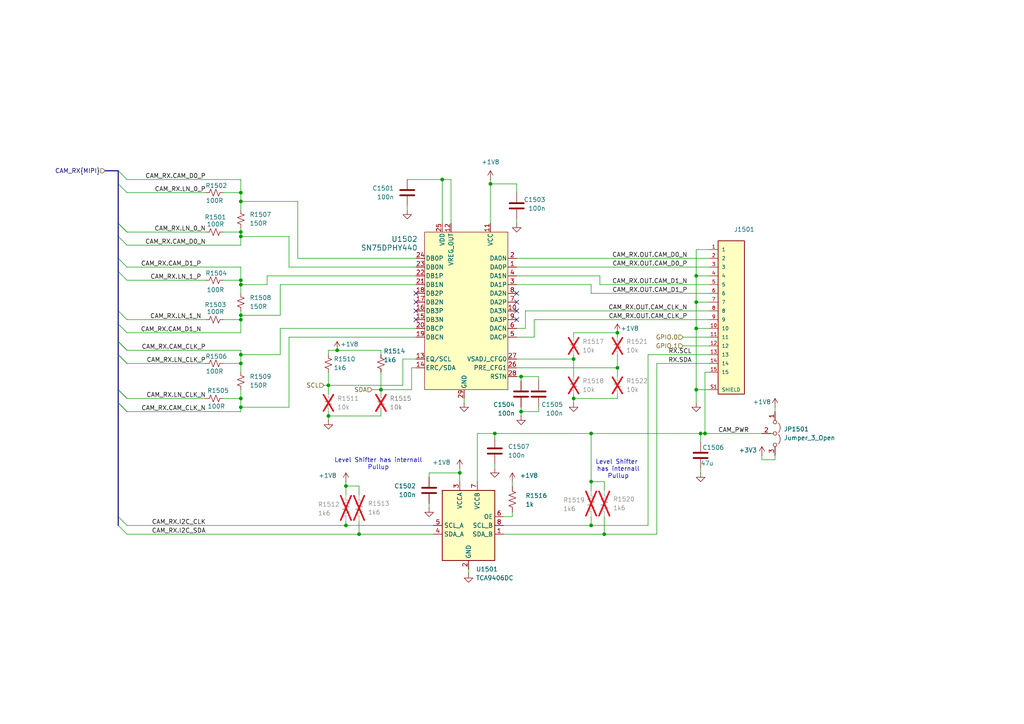
<source format=kicad_sch>
(kicad_sch (version 20250114) (generator "eeschema") (generator_version "9.0")
  (paper "A4")
  (title_block (date "2025-09-13") (rev "A"))
  (lib_symbols
    (symbol "Device:C" (pin_numbers (hide yes)) (pin_names (offset 0.254))
      (property "Reference" "C" (at 0.635 2.54 0))
      (property "Value" "C" (at 0.635 -2.54 0))
      (symbol "C_0_1"
        (polyline (pts (xy -2.032 0.762) (xy 2.032 0.762)) (stroke (width 0.508)))
        (polyline (pts (xy -2.032 -0.762) (xy 2.032 -0.762)) (stroke (width 0.508)))
      )
      (symbol "C_1_1"
        (pin passive line (at 0 3.81 270) (length 2.794) (name "~") (number "1"))
        (pin passive line (at 0 -3.81 90) (length 2.794) (name "~") (number "2"))
      )
    )
    (symbol "Device:R_Small_US" (pin_numbers (hide yes)) (pin_names (offset 0.254) (hide yes))
      (property "Reference" "R" (at 0.762 0.508 0))
      (property "Value" "R_Small_US" (at 0.762 -1.016 0))
      (symbol "R_Small_US_1_1"
        (polyline (pts (xy 0 1.524) (xy 1.016 1.143) (xy 0 0.762) (xy -1.016 0.381) (xy 0 0)))
        (polyline (pts (xy 0 0) (xy 1.016 -0.381) (xy 0 -0.762) (xy -1.016 -1.143) (xy 0 -1.524)))
        (pin passive line (at 0 2.54 270) (length 1.016) (name "~") (number "1"))
        (pin passive line (at 0 -2.54 90) (length 1.016) (name "~") (number "2"))
      )
    )
    (symbol "Device:R_US" (pin_numbers (hide yes)) (pin_names (offset 0))
      (property "Reference" "R" (at 2.54 0 90))
      (property "Value" "R_US" (at -2.54 0 90))
      (symbol "R_US_0_1"
        (polyline (pts (xy 0 2.286) (xy 0 2.54)))
        (polyline (pts (xy 0 2.286) (xy 1.016 1.905) (xy 0 1.524) (xy -1.016 1.143) (xy 0 0.762)))
        (polyline (pts (xy 0 0.762) (xy 1.016 0.381) (xy 0 0) (xy -1.016 -0.381) (xy 0 -0.762)))
        (polyline (pts (xy 0 -0.762) (xy 1.016 -1.143) (xy 0 -1.524) (xy -1.016 -1.905) (xy 0 -2.286)))
        (polyline (pts (xy 0 -2.286) (xy 0 -2.54)))
      )
      (symbol "R_US_1_1"
        (pin passive line (at 0 3.81 270) (length 1.27) (name "~") (number "1"))
        (pin passive line (at 0 -3.81 90) (length 1.27) (name "~") (number "2"))
      )
    )
    (symbol "Interface:TCA9406DC"
      (property "Reference" "U" (at -7.62 11.43 0))
      (property "Value" "TCA9406DC" (at 5.08 11.43 0))
      (symbol "TCA9406DC_0_1"
        (rectangle (start -7.62 10.16) (end 7.62 -10.16) (stroke (width 0.254)) (fill (type background)))
      )
      (symbol "TCA9406DC_1_1"
        (pin bidirectional line (at -10.16 0 0) (length 2.54) (name "SCL_A") (number "5"))
        (pin bidirectional line (at -10.16 -2.54 0) (length 2.54) (name "SDA_A") (number "4"))
        (pin power_in line (at -2.54 12.7 270) (length 2.54) (name "VCCA") (number "3"))
        (pin power_in line (at 0 -12.7 90) (length 2.54) (name "GND") (number "2"))
        (pin power_in line (at 2.54 12.7 270) (length 2.54) (name "VCCB") (number "7"))
        (pin input line (at 10.16 2.54 180) (length 2.54) (name "OE") (number "6"))
        (pin bidirectional line (at 10.16 0 180) (length 2.54) (name "SCL_B") (number "8"))
        (pin bidirectional line (at 10.16 -2.54 180) (length 2.54) (name "SDA_B") (number "1"))
      )
    )
    (symbol "Jumper:Jumper_3_Open" (pin_names (offset 0) (hide yes)) (in_bom no)
      (property "Reference" "JP" (at -2.54 -2.54 0))
      (property "Value" "Jumper_3_Open" (at 0 2.794 0))
      (symbol "Jumper_3_Open_0_0"
        (circle (center -3.302 0) (radius 0.508))
        (circle (center 0 0) (radius 0.508))
        (circle (center 3.302 0) (radius 0.508))
      )
      (symbol "Jumper_3_Open_0_1"
        (arc (start -3.048 1.016) (mid -1.651 1.4992) (end -0.254 1.016))
        (polyline (pts (xy 0 -0.508) (xy 0 -1.27)))
        (arc (start 0.254 1.016) (mid 1.651 1.4992) (end 3.048 1.016))
      )
      (symbol "Jumper_3_Open_1_1"
        (pin passive line (at -6.35 0 0) (length 2.54) (name "A") (number "1"))
        (pin passive line (at 0 -3.81 90) (length 2.54) (name "C") (number "2"))
        (pin passive line (at 6.35 0 180) (length 2.54) (name "B") (number "3"))
      )
    )
    (symbol "SN75DPHY:SN75DPHY440SSRHRT" (pin_names (offset 0.254))
      (property "Reference" "U" (at 20.574 -18.542 0))
      (property "Value" "SN75DPHY440" (at 21.59 -28.702 0))
      (symbol "SN75DPHY440SSRHRT_0_1"
        (pin bidirectional line (at 6.35 -2.54 0) (length 2.54) (name "DA0N") (number "2"))
        (pin bidirectional line (at 6.35 -5.08 0) (length 2.54) (name "DA0P") (number "1"))
        (pin bidirectional line (at 6.35 -7.62 0) (length 2.54) (name "DA1N") (number "4"))
        (pin bidirectional line (at 6.35 -10.16 0) (length 2.54) (name "DA1P") (number "3"))
        (pin bidirectional line (at 6.35 -12.7 0) (length 2.54) (name "DA2N") (number "8"))
        (pin bidirectional line (at 6.35 -15.24 0) (length 2.54) (name "DA2P") (number "7"))
        (pin bidirectional line (at 6.35 -17.78 0) (length 2.54) (name "DA3N") (number "10"))
        (pin bidirectional line (at 6.35 -20.32 0) (length 2.54) (name "DA3P") (number "9"))
        (pin bidirectional line (at 6.35 -22.86 0) (length 2.54) (name "DACN") (number "6"))
        (pin bidirectional line (at 6.35 -25.4 0) (length 2.54) (name "DACP") (number "5"))
        (pin unspecified line (at 6.35 -31.75 0) (length 2.54) (name "VSADJ_CFG0") (number "27"))
        (pin unspecified line (at 6.35 -34.29 0) (length 2.54) (name "PRE_CFG1") (number "26"))
        (pin unspecified line (at 6.35 -36.83 0) (length 2.54) (name "RSTN") (number "28"))
        (pin power_in line (at 13.97 7.62 270) (length 2.54) (name "VCC") (number "11"))
        (pin output line (at 25.4 7.62 270) (length 2.54) (name "VREG_OUT") (number "12"))
        (pin power_in line (at 27.94 7.62 270) (length 2.54) (name "VDD") (number "25"))
        (pin bidirectional line (at 35.56 -2.54 180) (length 2.54) (name "DB0P") (number "24"))
        (pin bidirectional line (at 35.56 -5.08 180) (length 2.54) (name "DB0N") (number "23"))
        (pin bidirectional line (at 35.56 -7.62 180) (length 2.54) (name "DB1P") (number "22"))
        (pin bidirectional line (at 35.56 -10.16 180) (length 2.54) (name "DB1N") (number "21"))
        (pin bidirectional line (at 35.56 -12.7 180) (length 2.54) (name "DB2P") (number "18"))
        (pin bidirectional line (at 35.56 -15.24 180) (length 2.54) (name "DB2N") (number "17"))
        (pin bidirectional line (at 35.56 -17.78 180) (length 2.54) (name "DB3P") (number "16"))
        (pin bidirectional line (at 35.56 -20.32 180) (length 2.54) (name "DB3N") (number "15"))
        (pin bidirectional line (at 35.56 -22.86 180) (length 2.54) (name "DBCP") (number "20"))
        (pin bidirectional line (at 35.56 -25.4 180) (length 2.54) (name "DBCN") (number "19"))
        (pin bidirectional line (at 35.56 -31.75 180) (length 2.54) (name "EQ/SCL") (number "13"))
        (pin bidirectional line (at 35.56 -34.29 180) (length 2.54) (name "ERC/SDA") (number "14"))
      )
      (symbol "SN75DPHY440SSRHRT_1_1"
        (rectangle (start 8.89 5.08) (end 33.02 -40.64) (fill (type background)))
        (pin power_in line (at 21.59 -43.18 90) (length 2.54) (name "GND") (number "29"))
      )
    )
    (symbol "camera1:SFW15R-2STE1LF" (pin_names (offset 1.016))
      (property "Reference" "J" (at -7.112 24.13 0))
      (property "Value" "SFW15R-2STE1LF" (at -7.62 -27.94 0))
      (symbol "SFW15R-2STE1LF_0_0"
        (rectangle (start -7.62 22.86) (end 0 -21.59) (stroke (width 0.254)) (fill (type background)))
        (pin passive line (at -10.16 20.32 0) (length 2.54) (name "1") (number "1"))
        (pin passive line (at -10.16 17.78 0) (length 2.54) (name "2") (number "2"))
        (pin passive line (at -10.16 15.24 0) (length 2.54) (name "3") (number "3"))
        (pin passive line (at -10.16 12.7 0) (length 2.54) (name "4") (number "4"))
        (pin passive line (at -10.16 10.16 0) (length 2.54) (name "5") (number "5"))
        (pin passive line (at -10.16 7.62 0) (length 2.54) (name "6") (number "6"))
        (pin passive line (at -10.16 5.08 0) (length 2.54) (name "7") (number "7"))
        (pin passive line (at -10.16 2.54 0) (length 2.54) (name "8") (number "8"))
        (pin passive line (at -10.16 0 0) (length 2.54) (name "9") (number "9"))
        (pin passive line (at -10.16 -2.54 0) (length 2.54) (name "10") (number "10"))
        (pin passive line (at -10.16 -5.08 0) (length 2.54) (name "11") (number "11"))
        (pin passive line (at -10.16 -7.62 0) (length 2.54) (name "12") (number "12"))
        (pin passive line (at -10.16 -10.16 0) (length 2.54) (name "13") (number "13"))
        (pin passive line (at -10.16 -12.7 0) (length 2.54) (name "14") (number "14"))
        (pin passive line (at -10.16 -15.24 0) (length 2.54) (name "15") (number "15"))
        (pin passive line (at -10.16 -20.32 0) (length 2.54) (name "SHIELD") (number "S1"))
        (pin passive line (at -10.16 -20.32 0) (length 2.54) (hide yes) (name "SHIELD__1") (number "S2"))
      )
    )
    (symbol "power:+1V8" (power) (pin_numbers (hide yes)) (pin_names (offset 0) (hide yes))
      (property "Value" "+1V8" (at 0 3.556 0))
      (symbol "+1V8_0_1"
        (polyline (pts (xy -0.762 1.27) (xy 0 2.54)))
        (polyline (pts (xy 0 2.54) (xy 0.762 1.27)))
        (polyline (pts (xy 0 0) (xy 0 2.54)))
      )
      (symbol "+1V8_1_1"
        (pin power_in line (at 0 0 90) (length 0) (name "~") (number "1"))
      )
    )
    (symbol "power:+3V3" (power) (pin_numbers (hide yes)) (pin_names (offset 0) (hide yes))
      (property "Value" "+3V3" (at 0 3.556 0))
      (symbol "+3V3_0_1"
        (polyline (pts (xy -0.762 1.27) (xy 0 2.54)))
        (polyline (pts (xy 0 2.54) (xy 0.762 1.27)))
        (polyline (pts (xy 0 0) (xy 0 2.54)))
      )
      (symbol "+3V3_1_1"
        (pin power_in line (at 0 0 90) (length 0) (name "~") (number "1"))
      )
    )
    (symbol "power:GND" (power) (pin_numbers (hide yes)) (pin_names (offset 0) (hide yes))
      (property "Value" "GND" (at 0 -3.81 0))
      (symbol "GND_0_1"
        (polyline (pts (xy 0 0) (xy 0 -1.27) (xy 1.27 -1.27) (xy 0 -2.54) (xy -1.27 -1.27) (xy 0 -1.27)))
      )
      (symbol "GND_1_1"
        (pin power_in line (at 0 0 270) (length 0) (name "~") (number "1"))
      )
    )
  )
  (text "Level Shifter has internall\nPullup" (at 109.728 134.62 0) (effects (font (size 1.27 1.27))))
  (text "Level Shifter \nhas internall\nPullup" (at 179.324 136.144 0) (effects (font (size 1.27 1.27))))
  (junction (at 69.85 82.55))
  (junction (at 95.25 111.76))
  (junction (at 151.13 119.38))
  (junction (at 151.13 109.22))
  (junction (at 69.85 81.28))
  (junction (at 171.45 125.73))
  (junction (at 69.85 105.41))
  (junction (at 179.07 106.68))
  (junction (at 69.85 67.31))
  (junction (at 69.85 55.88))
  (junction (at 95.25 120.65))
  (junction (at 69.85 102.87))
  (junction (at 100.33 140.97))
  (junction (at 201.93 80.01))
  (junction (at 104.14 154.94))
  (junction (at 100.33 152.4))
  (junction (at 69.85 68.58))
  (junction (at 69.85 91.44))
  (junction (at 171.45 139.7))
  (junction (at 166.37 104.14))
  (junction (at 128.27 52.07))
  (junction (at 166.37 115.57))
  (junction (at 110.49 113.03))
  (junction (at 171.45 152.4))
  (junction (at 204.47 125.73))
  (junction (at 201.93 87.63))
  (junction (at 69.85 115.57))
  (junction (at 133.35 137.16))
  (junction (at 69.85 58.42))
  (junction (at 142.24 53.34))
  (junction (at 69.85 92.71))
  (junction (at 69.85 118.11))
  (junction (at 175.26 154.94))
  (junction (at 143.51 125.73))
  (junction (at 201.93 95.25))
  (junction (at 97.79 101.6))
  (junction (at 179.07 96.52))
  (junction (at 203.2 125.73))
  (junction (at 201.93 113.03))
  (no_connect (at 120.65 92.71))
  (no_connect (at 149.86 92.71))
  (no_connect (at 149.86 87.63))
  (no_connect (at 120.65 87.63))
  (no_connect (at 120.65 85.09))
  (no_connect (at 149.86 90.17))
  (no_connect (at 120.65 90.17))
  (no_connect (at 149.86 85.09))
  (bus_entry (at 34.29 68.58) (size 2.54 2.54))
  (bus_entry (at 34.29 74.93) (size 2.54 2.54))
  (bus_entry (at 34.29 93.98) (size 2.54 2.54))
  (bus_entry (at 34.29 53.34) (size 2.54 2.54))
  (bus_entry (at 34.29 78.74) (size 2.54 2.54))
  (bus_entry (at 34.29 152.4) (size 2.54 2.54))
  (bus_entry (at 34.29 99.06) (size 2.54 2.54))
  (bus_entry (at 34.29 149.86) (size 2.54 2.54))
  (bus_entry (at 34.29 113.03) (size 2.54 2.54))
  (bus_entry (at 34.29 90.17) (size 2.54 2.54))
  (bus_entry (at 34.29 64.77) (size 2.54 2.54))
  (bus_entry (at 34.29 102.87) (size 2.54 2.54))
  (bus_entry (at 34.29 64.77) (size 2.54 2.54))
  (bus_entry (at 34.29 49.53) (size 2.54 2.54))
  (bus_entry (at 34.29 113.03) (size 2.54 2.54))
  (bus_entry (at 34.29 102.87) (size 2.54 2.54))
  (bus_entry (at 34.29 99.06) (size 2.54 2.54))
  (bus_entry (at 34.29 116.84) (size 2.54 2.54))
  (bus_entry (at 34.29 116.84) (size 2.54 2.54))
  (wire (pts (xy 69.85 91.44) (xy 69.85 92.71)))
  (wire (pts (xy 104.14 143.51) (xy 104.14 140.97)))
  (wire (pts (xy 224.79 118.11) (xy 224.79 119.38)))
  (wire (pts (xy 107.95 113.03) (xy 110.49 113.03)))
  (wire (pts (xy 151.13 109.22) (xy 149.86 109.22)))
  (bus (pts (xy 30.48 49.53) (xy 34.29 49.53)))
  (wire (pts (xy 81.28 82.55) (xy 81.28 91.44)))
  (bus (pts (xy 34.29 90.17) (xy 34.29 93.98)))
  (wire (pts (xy 204.47 107.95) (xy 205.74 107.95)))
  (bus (pts (xy 34.29 74.93) (xy 34.29 78.74)))
  (wire (pts (xy 100.33 151.13) (xy 100.33 152.4)))
  (wire (pts (xy 36.83 55.88) (xy 59.69 55.88)))
  (wire (pts (xy 69.85 68.58) (xy 69.85 71.12)))
  (wire (pts (xy 69.85 58.42) (xy 69.85 60.96)))
  (wire (pts (xy 36.83 92.71) (xy 59.69 92.71)))
  (wire (pts (xy 36.83 71.12) (xy 69.85 71.12)))
  (wire (pts (xy 149.86 74.93) (xy 205.74 74.93)))
  (wire (pts (xy 204.47 107.95) (xy 204.47 125.73)))
  (wire (pts (xy 124.46 137.16) (xy 124.46 138.43)))
  (wire (pts (xy 36.83 119.38) (xy 69.85 119.38)))
  (wire (pts (xy 77.47 82.55) (xy 69.85 82.55)))
  (wire (pts (xy 69.85 81.28) (xy 69.85 82.55)))
  (wire (pts (xy 110.49 113.03) (xy 110.49 114.3)))
  (wire (pts (xy 149.86 104.14) (xy 166.37 104.14)))
  (wire (pts (xy 118.11 59.69) (xy 118.11 60.96)))
  (wire (pts (xy 36.83 105.41) (xy 59.69 105.41)))
  (wire (pts (xy 179.07 115.57) (xy 166.37 115.57)))
  (wire (pts (xy 205.74 72.39) (xy 201.93 72.39)))
  (wire (pts (xy 86.36 58.42) (xy 86.36 74.93)))
  (wire (pts (xy 166.37 96.52) (xy 166.37 97.79)))
  (wire (pts (xy 104.14 154.94) (xy 125.73 154.94)))
  (wire (pts (xy 81.28 95.25) (xy 81.28 102.87)))
  (wire (pts (xy 151.13 109.22) (xy 156.21 109.22)))
  (wire (pts (xy 203.2 125.73) (xy 203.2 128.27)))
  (wire (pts (xy 149.86 55.88) (xy 149.86 53.34)))
  (wire (pts (xy 198.12 97.79) (xy 205.74 97.79)))
  (wire (pts (xy 104.14 140.97) (xy 100.33 140.97)))
  (wire (pts (xy 104.14 151.13) (xy 104.14 154.94)))
  (wire (pts (xy 116.84 104.14) (xy 116.84 111.76)))
  (wire (pts (xy 120.65 80.01) (xy 77.47 80.01)))
  (wire (pts (xy 143.51 125.73) (xy 138.43 125.73)))
  (wire (pts (xy 166.37 96.52) (xy 179.07 96.52)))
  (wire (pts (xy 36.83 101.6) (xy 69.85 101.6)))
  (wire (pts (xy 220.98 133.35) (xy 224.79 133.35)))
  (wire (pts (xy 69.85 81.28) (xy 69.85 77.47)))
  (wire (pts (xy 110.49 113.03) (xy 119.38 113.03)))
  (wire (pts (xy 179.07 106.68) (xy 179.07 102.87)))
  (wire (pts (xy 100.33 139.7) (xy 100.33 140.97)))
  (wire (pts (xy 166.37 115.57) (xy 166.37 116.84)))
  (wire (pts (xy 201.93 113.03) (xy 205.74 113.03)))
  (wire (pts (xy 36.83 115.57) (xy 59.69 115.57)))
  (wire (pts (xy 190.5 105.41) (xy 190.5 154.94)))
  (wire (pts (xy 156.21 119.38) (xy 156.21 118.11)))
  (bus (pts (xy 34.29 68.58) (xy 34.29 74.93)))
  (wire (pts (xy 124.46 146.05) (xy 124.46 147.32)))
  (wire (pts (xy 110.49 120.65) (xy 95.25 120.65)))
  (wire (pts (xy 198.12 100.33) (xy 205.74 100.33)))
  (wire (pts (xy 69.85 92.71) (xy 69.85 96.52)))
  (wire (pts (xy 204.47 125.73) (xy 220.98 125.73)))
  (wire (pts (xy 179.07 106.68) (xy 179.07 109.22)))
  (wire (pts (xy 64.77 67.31) (xy 69.85 67.31)))
  (wire (pts (xy 64.77 115.57) (xy 69.85 115.57)))
  (wire (pts (xy 130.81 52.07) (xy 128.27 52.07)))
  (wire (pts (xy 201.93 80.01) (xy 201.93 87.63)))
  (wire (pts (xy 148.59 139.7) (xy 148.59 140.97)))
  (wire (pts (xy 119.38 106.68) (xy 120.65 106.68)))
  (wire (pts (xy 190.5 154.94) (xy 175.26 154.94)))
  (wire (pts (xy 171.45 125.73) (xy 171.45 139.7)))
  (wire (pts (xy 179.07 97.79) (xy 179.07 96.52)))
  (wire (pts (xy 83.82 97.79) (xy 120.65 97.79)))
  (bus (pts (xy 34.29 102.87) (xy 34.29 113.03)))
  (wire (pts (xy 83.82 68.58) (xy 83.82 77.47)))
  (wire (pts (xy 95.25 111.76) (xy 95.25 114.3)))
  (bus (pts (xy 34.29 78.74) (xy 34.29 90.17)))
  (wire (pts (xy 203.2 125.73) (xy 171.45 125.73)))
  (wire (pts (xy 124.46 137.16) (xy 133.35 137.16)))
  (wire (pts (xy 175.26 142.24) (xy 175.26 139.7)))
  (wire (pts (xy 69.85 102.87) (xy 81.28 102.87)))
  (wire (pts (xy 36.83 96.52) (xy 69.85 96.52)))
  (wire (pts (xy 143.51 127) (xy 143.51 125.73)))
  (wire (pts (xy 36.83 77.47) (xy 69.85 77.47)))
  (wire (pts (xy 171.45 149.86) (xy 171.45 152.4)))
  (bus (pts (xy 34.29 149.86) (xy 34.29 152.4)))
  (wire (pts (xy 201.93 87.63) (xy 205.74 87.63)))
  (bus (pts (xy 34.29 53.34) (xy 34.29 64.77)))
  (wire (pts (xy 143.51 134.62) (xy 143.51 135.89)))
  (wire (pts (xy 171.45 152.4) (xy 187.96 152.4)))
  (wire (pts (xy 95.25 107.95) (xy 95.25 111.76)))
  (wire (pts (xy 151.13 119.38) (xy 156.21 119.38)))
  (wire (pts (xy 201.93 87.63) (xy 201.93 95.25)))
  (wire (pts (xy 128.27 64.77) (xy 128.27 52.07)))
  (wire (pts (xy 148.59 149.86) (xy 146.05 149.86)))
  (wire (pts (xy 171.45 139.7) (xy 171.45 142.24)))
  (wire (pts (xy 36.83 152.4) (xy 100.33 152.4)))
  (wire (pts (xy 93.98 111.76) (xy 95.25 111.76)))
  (wire (pts (xy 154.94 92.71) (xy 205.74 92.71)))
  (wire (pts (xy 133.35 135.89) (xy 133.35 137.16)))
  (wire (pts (xy 69.85 68.58) (xy 83.82 68.58)))
  (wire (pts (xy 69.85 102.87) (xy 69.85 101.6)))
  (wire (pts (xy 135.89 165.1) (xy 135.89 166.37)))
  (wire (pts (xy 110.49 107.95) (xy 110.49 113.03)))
  (wire (pts (xy 201.93 95.25) (xy 201.93 113.03)))
  (wire (pts (xy 110.49 101.6) (xy 97.79 101.6)))
  (wire (pts (xy 151.13 110.49) (xy 151.13 109.22)))
  (bus (pts (xy 34.29 113.03) (xy 34.29 116.84)))
  (wire (pts (xy 69.85 52.07) (xy 69.85 55.88)))
  (wire (pts (xy 69.85 105.41) (xy 69.85 107.95)))
  (wire (pts (xy 171.45 125.73) (xy 143.51 125.73)))
  (wire (pts (xy 156.21 109.22) (xy 156.21 110.49)))
  (wire (pts (xy 130.81 52.07) (xy 130.81 64.77)))
  (wire (pts (xy 64.77 92.71) (xy 69.85 92.71)))
  (wire (pts (xy 149.86 63.5) (xy 149.86 64.77)))
  (wire (pts (xy 120.65 82.55) (xy 81.28 82.55)))
  (wire (pts (xy 100.33 152.4) (xy 125.73 152.4)))
  (wire (pts (xy 175.26 149.86) (xy 175.26 154.94)))
  (wire (pts (xy 64.77 81.28) (xy 69.85 81.28)))
  (wire (pts (xy 81.28 95.25) (xy 120.65 95.25)))
  (wire (pts (xy 149.86 82.55) (xy 171.45 82.55)))
  (wire (pts (xy 69.85 55.88) (xy 69.85 58.42)))
  (wire (pts (xy 142.24 53.34) (xy 142.24 64.77)))
  (wire (pts (xy 64.77 55.88) (xy 69.85 55.88)))
  (wire (pts (xy 120.65 104.14) (xy 116.84 104.14)))
  (wire (pts (xy 166.37 102.87) (xy 166.37 104.14)))
  (wire (pts (xy 204.47 125.73) (xy 203.2 125.73)))
  (wire (pts (xy 148.59 148.59) (xy 148.59 149.86)))
  (wire (pts (xy 201.93 95.25) (xy 205.74 95.25)))
  (wire (pts (xy 64.77 105.41) (xy 69.85 105.41)))
  (wire (pts (xy 171.45 82.55) (xy 171.45 85.09)))
  (wire (pts (xy 110.49 119.38) (xy 110.49 120.65)))
  (wire (pts (xy 152.4 95.25) (xy 149.86 95.25)))
  (wire (pts (xy 149.86 53.34) (xy 142.24 53.34)))
  (wire (pts (xy 142.24 52.07) (xy 142.24 53.34)))
  (wire (pts (xy 69.85 115.57) (xy 69.85 118.11)))
  (wire (pts (xy 151.13 118.11) (xy 151.13 119.38)))
  (wire (pts (xy 187.96 102.87) (xy 205.74 102.87)))
  (wire (pts (xy 187.96 102.87) (xy 187.96 152.4)))
  (wire (pts (xy 69.85 113.03) (xy 69.85 115.57)))
  (wire (pts (xy 86.36 58.42) (xy 69.85 58.42)))
  (wire (pts (xy 151.13 120.65) (xy 151.13 119.38)))
  (wire (pts (xy 149.86 106.68) (xy 179.07 106.68)))
  (wire (pts (xy 190.5 105.41) (xy 205.74 105.41)))
  (wire (pts (xy 220.98 133.35) (xy 220.98 132.08)))
  (wire (pts (xy 133.35 137.16) (xy 133.35 139.7)))
  (wire (pts (xy 69.85 118.11) (xy 83.82 118.11)))
  (wire (pts (xy 119.38 106.68) (xy 119.38 113.03)))
  (wire (pts (xy 171.45 85.09) (xy 205.74 85.09)))
  (wire (pts (xy 166.37 104.14) (xy 166.37 109.22)))
  (wire (pts (xy 95.25 101.6) (xy 97.79 101.6)))
  (wire (pts (xy 179.07 114.3) (xy 179.07 115.57)))
  (wire (pts (xy 69.85 90.17) (xy 69.85 91.44)))
  (wire (pts (xy 86.36 74.93) (xy 120.65 74.93)))
  (wire (pts (xy 128.27 52.07) (xy 118.11 52.07)))
  (wire (pts (xy 154.94 97.79) (xy 149.86 97.79)))
  (wire (pts (xy 146.05 152.4) (xy 171.45 152.4)))
  (wire (pts (xy 203.2 135.89) (xy 203.2 137.16)))
  (wire (pts (xy 95.25 119.38) (xy 95.25 120.65)))
  (wire (pts (xy 36.83 81.28) (xy 59.69 81.28)))
  (wire (pts (xy 152.4 90.17) (xy 152.4 95.25)))
  (wire (pts (xy 171.45 139.7) (xy 175.26 139.7)))
  (wire (pts (xy 201.93 72.39) (xy 201.93 80.01)))
  (wire (pts (xy 36.83 67.31) (xy 59.69 67.31)))
  (wire (pts (xy 173.99 80.01) (xy 149.86 80.01)))
  (bus (pts (xy 34.29 53.34) (xy 34.29 49.53)))
  (wire (pts (xy 224.79 133.35) (xy 224.79 132.08)))
  (wire (pts (xy 201.93 80.01) (xy 205.74 80.01)))
  (wire (pts (xy 100.33 140.97) (xy 100.33 143.51)))
  (wire (pts (xy 175.26 154.94) (xy 146.05 154.94)))
  (wire (pts (xy 69.85 66.04) (xy 69.85 67.31)))
  (wire (pts (xy 154.94 92.71) (xy 154.94 97.79)))
  (wire (pts (xy 120.65 77.47) (xy 83.82 77.47)))
  (bus (pts (xy 34.29 64.77) (xy 34.29 68.58)))
  (wire (pts (xy 95.25 101.6) (xy 95.25 102.87)))
  (bus (pts (xy 34.29 116.84) (xy 34.29 149.86)))
  (wire (pts (xy 152.4 90.17) (xy 205.74 90.17)))
  (wire (pts (xy 116.84 111.76) (xy 95.25 111.76)))
  (wire (pts (xy 36.83 52.07) (xy 69.85 52.07)))
  (wire (pts (xy 69.85 82.55) (xy 69.85 85.09)))
  (wire (pts (xy 81.28 91.44) (xy 69.85 91.44)))
  (wire (pts (xy 166.37 114.3) (xy 166.37 115.57)))
  (wire (pts (xy 134.62 116.84) (xy 134.62 115.57)))
  (wire (pts (xy 77.47 80.01) (xy 77.47 82.55)))
  (wire (pts (xy 173.99 82.55) (xy 205.74 82.55)))
  (wire (pts (xy 138.43 125.73) (xy 138.43 139.7)))
  (wire (pts (xy 69.85 67.31) (xy 69.85 68.58)))
  (wire (pts (xy 95.25 120.65) (xy 95.25 121.92)))
  (wire (pts (xy 69.85 118.11) (xy 69.85 119.38)))
  (wire (pts (xy 201.93 113.03) (xy 201.93 116.84)))
  (wire (pts (xy 69.85 102.87) (xy 69.85 105.41)))
  (wire (pts (xy 149.86 77.47) (xy 205.74 77.47)))
  (wire (pts (xy 83.82 97.79) (xy 83.82 118.11)))
  (bus (pts (xy 34.29 93.98) (xy 34.29 99.06)))
  (wire (pts (xy 110.49 102.87) (xy 110.49 101.6)))
  (bus (pts (xy 34.29 99.06) (xy 34.29 102.87)))
  (wire (pts (xy 173.99 82.55) (xy 173.99 80.01)))
  (wire (pts (xy 36.83 154.94) (xy 104.14 154.94)))
  (label "CAM_RX.OUT.CAM_D0_P" (at 199.39 77.47 180))
  (label "CAM_RX.OUT.CAM_D1_P" (at 199.39 85.09 180))
  (label "RX.SDA" (at 200.66 105.41 180))
  (label "CAM_RX.CAM_CLK_P" (at 59.69 101.6 180))
  (label "CAM_RX.OUT.CAM_D1_N" (at 199.39 82.55 180))
  (label "CAM_RX.I2C_SDA" (at 59.69 154.94 180))
  (label "CAM_PWR" (at 208.28 125.73 0))
  (label "CAM_RX.LN_0_P" (at 59.69 55.88 180))
  (label "CAM_RX.LN_0_N" (at 59.69 67.31 180))
  (label "CAM_RX.LN_CLK_P" (at 59.69 105.41 180))
  (label "RX.SCL" (at 200.66 102.87 180))
  (label "CAM_RX.CAM_D0_N" (at 59.69 71.12 180))
  (label "CAM_RX.CAM_D1_P" (at 58.42 77.47 180))
  (label "CAM_RX.I2C_CLK" (at 59.69 152.4 180))
  (label "CAM_RX.OUT.CAM_CLK_P" (at 199.39 92.71 180))
  (label "CAM_RX.OUT.CAM_CLK_N" (at 199.39 90.17 180))
  (label "CAM_RX.OUT.CAM_D0_N" (at 199.39 74.93 180))
  (label "CAM_RX.CAM_CLK_N" (at 59.69 119.38 180))
  (label "CAM_RX.CAM_D1_N" (at 58.42 96.52 180))
  (label "CAM_RX.LN_CLK_N" (at 59.69 115.57 180))
  (label "CAM_RX.LN_1_N" (at 58.42 92.71 180))
  (label "CAM_RX.LN_1_P" (at 58.42 81.28 180))
  (label "CAM_RX.CAM_D0_P" (at 59.69 52.07 180))
  (hierarchical_label "CAM_RX{MIPI}" (shape input) (at 30.48 49.53 180))
  (hierarchical_label "SCL" (shape input) (at 93.98 111.76 180))
  (hierarchical_label "SDA" (shape input) (at 107.95 113.03 180))
  (hierarchical_label "GPIO.1" (shape input) (at 198.12 100.33 180))
  (hierarchical_label "GPIO.0" (shape input) (at 198.12 97.79 180))
  (symbol (lib_id "Device:R_Small_US") (at 62.23 67.31 90) (unit 1)
    (property "Reference" "R1501" (at 62.484 62.992 90))
    (property "Value" "100R" (at 62.484 65.024 90))
    (property "Footprint" "Resistor_SMD:R_0402_1005Metric" (effects (hide yes)))
    (property "Description" "Resistor, small US symbol" (effects (hide yes)))
    (property "PART_NUMBER" "RK73B1ETTP101J" (effects (hide yes)))
    (property "JLCPCB Part#" "C159871" (effects (hide yes)))
  )
  (symbol (lib_id "Device:R_Small_US") (at 69.85 87.63 0) (unit 1)
    (property "Reference" "R1508" (at 72.39 86.3599 0) (effects (justify left)))
    (property "Value" "150R" (at 72.39 88.8999 0) (effects (justify left)))
    (property "Footprint" "Resistor_SMD:R_0402_1005Metric" (effects (hide yes)))
    (property "Description" "Resistor, small US symbol" (effects (hide yes)))
    (property "PART_NUMBER" "ERJ2GEJ151X" (effects (hide yes)))
    (property "JLCPCB Part#" "C412976" (effects (hide yes)))
  )
  (symbol (lib_id "power:GND") (at 134.62 116.84 0) (unit 1)
    (property "Reference" "#PWR01507" (effects (hide yes)))
    (property "Value" "GND" (effects (hide yes)))
    (property "Description" "Power symbol creates a global label with name \"GND\" , ground" (effects (hide yes)))
    (instances (project "" (path "" (reference "#PWR01507") (unit 1)) (path "" (reference "#PWR01607") (unit 1))))
  )
  (symbol (lib_id "power:GND") (at 118.11 60.96 0) (mirror y) (unit 1)
    (property "Reference" "#PWR01504" (effects (hide yes)))
    (property "Value" "GND" (effects (hide yes)))
    (property "Description" "Power symbol creates a global label with name \"GND\" , ground" (effects (hide yes)))
  )
  (symbol (lib_id "Device:C") (at 149.86 59.69 0) (mirror y) (unit 1)
    (property "Reference" "C1503" (at 158.242 57.912 0) (effects (justify left)))
    (property "Value" "100n" (at 158.242 60.452 0) (effects (justify left)))
    (property "Footprint" "Capacitor_SMD:C_0402_1005Metric" (effects (hide yes)))
    (property "Description" "Unpolarized capacitor" (effects (hide yes)))
    (property "PART_NUMBER" "CL05B104KO5NNNC" (effects (hide yes)))
    (property "JLCPCB Part#" "C1525" (effects (hide yes)))
  )
  (symbol (lib_id "Device:R_Small_US") (at 62.23 105.41 90) (unit 1)
    (property "Reference" "R1506" (at 62.738 103.378 90))
    (property "Value" "100R" (at 62.23 107.696 90))
    (property "Footprint" "Resistor_SMD:R_0402_1005Metric" (effects (hide yes)))
    (property "Description" "Resistor, small US symbol" (effects (hide yes)))
    (property "PART_NUMBER" "RK73B1ETTP101J" (effects (hide yes)))
    (property "JLCPCB Part#" "C159871" (effects (hide yes)))
  )
  (symbol (lib_id "power:GND") (at 135.89 166.37 0) (unit 1)
    (property "Reference" "#PWR01508" (effects (hide yes)))
    (property "Value" "GND" (effects (hide yes)))
    (property "Description" "Power symbol creates a global label with name \"GND\" , ground" (effects (hide yes)))
  )
  (symbol (lib_id "power:+3V3") (at 220.98 132.08 0) (unit 1)
    (property "Reference" "#PWR01517" (effects (hide yes)))
    (property "Value" "+3V3" (at 216.916 130.556 0))
    (property "Description" "Power symbol creates a global label with name \"+3V3\"" (effects (hide yes)))
    (instances (project "" (path "" (reference "#PWR01517") (unit 1)) (path "" (reference "#PWR01617") (unit 1))))
  )
  (symbol (lib_id "Device:R_Small_US") (at 179.07 111.76 0) (unit 1) (dnp yes)
    (property "Reference" "R1522" (at 181.61 110.4899 0) (effects (justify left)))
    (property "Value" "10k" (at 181.61 113.0299 0) (effects (justify left)))
    (property "Footprint" "Resistor_SMD:R_0402_1005Metric" (effects (hide yes)))
    (property "Description" "Resistor, small US symbol" (effects (hide yes)))
    (property "PART_NUMBER" "ERJ2RKF1002X" (effects (hide yes)))
  )
  (symbol (lib_id "Device:R_Small_US") (at 62.23 115.57 90) (unit 1)
    (property "Reference" "R1505" (at 63.246 113.284 90))
    (property "Value" "100R" (at 62.738 117.856 90))
    (property "Footprint" "Resistor_SMD:R_0402_1005Metric" (effects (hide yes)))
    (property "Description" "Resistor, small US symbol" (effects (hide yes)))
    (property "PART_NUMBER" "RK73B1ETTP101J" (effects (hide yes)))
    (property "JLCPCB Part#" "C159871" (effects (hide yes)))
  )
  (symbol (lib_id "Device:R_Small_US") (at 110.49 105.41 0) (unit 1)
    (property "Reference" "R1514" (at 111.252 101.854 0) (effects (justify left)))
    (property "Value" "1k6" (at 111.252 104.394 0) (effects (justify left)))
    (property "Footprint" "Resistor_SMD:R_0402_1005Metric" (effects (hide yes)))
    (property "Description" "Resistor, small US symbol" (effects (hide yes)))
    (property "PART_NUMBER" "ERJ2GEJ162X" (effects (hide yes)))
    (property "JLCPCB Part#" "C412995" (effects (hide yes)))
  )
  (symbol (lib_id "camera1:SFW15R-2STE1LF") (at 215.9 92.71 0) (unit 1)
    (property "Reference" "J1501" (at 212.852 66.548 0) (effects (justify left)))
    (property "Value" "SFW15R-2STE1LF" (effects (hide yes)))
    (property "Footprint" "Camera1:AMPHENOL_SFW15R-2STE1LF" (effects (hide yes)))
    (property "Description" "Conn FPC Connector SKT 15 POS 1mm Solder ST SMD T/R" (effects (hide yes)))
    (property "COMMENT" "1-1734248-5" (effects (hide yes)))
    (property "DESCRIPTION" "Conn FPC Connector SKT 15 POS 1mm Solder ST SMD T/R" (effects (hide yes)))
    (property "PACKAGE" "None" (effects (hide yes)))
    (property "PRICE" "None" (effects (hide yes)))
    (property "TE_PURCHASE_URL" "https://www.te.com/usa-en/product-1-1734248-5.html?te_bu=Cor&te_type=disp&te_campaign=seda_glo_cor-seda-global-disp-prtnr-fy19-seda-model-bom-cta_sma-317_1&elqCampaignId=32493" (effects (hide yes)))
    (property "STANDARD" "Manufacturer Recommendations" (effects (hide yes)))
    (property "PARTREV" "AE" (effects (hide yes)))
    (property "MP" "1-1734248-5" (effects (hide yes)))
    (property "EU_ROHS_COMPLIANCE" "Compliant" (effects (hide yes)))
    (property "AVAILABILITY" "Unavailable" (effects (hide yes)))
    (property "MANUFACTURER" "Amphenol ICC" (effects (hide yes)))
    (property "MAXIMUM_PACKAGE_HEIGHT" "2.7mm" (effects (hide yes)))
    (property "SNAPEDA_PN" "SFW15R-2STE1LF" (effects (hide yes)))
    (property "PART_NUMBER" "SFW15R-2STE1LF" (effects (hide yes)))
    (property "JLCPCB Part#" "C3167933" (effects (hide yes)))
  )
  (symbol (lib_id "Device:C") (at 151.13 114.3 0) (mirror y) (unit 1)
    (property "Reference" "C1504" (at 149.352 117.348 0) (effects (justify left)))
    (property "Value" "100n" (at 149.352 119.888 0) (effects (justify left)))
    (property "Footprint" "Capacitor_SMD:C_0402_1005Metric" (effects (hide yes)))
    (property "Description" "Unpolarized capacitor" (effects (hide yes)))
    (property "PART_NUMBER" "CL05B104KO5NNNC" (effects (hide yes)))
    (property "JLCPCB Part#" "C1525" (effects (hide yes)))
  )
  (symbol (lib_id "power:+1V8") (at 100.33 139.7 0) (unit 1)
    (property "Reference" "#PWR01503" (effects (hide yes)))
    (property "Value" "+1V8" (at 94.996 137.922 0))
    (property "Description" "Power symbol creates a global label with name \"+1V8\"" (effects (hide yes)))
  )
  (symbol (lib_id "Device:C") (at 118.11 55.88 0) (mirror y) (unit 1)
    (property "Reference" "C1501" (at 114.3 54.6099 0) (effects (justify left)))
    (property "Value" "100n" (at 114.3 57.1499 0) (effects (justify left)))
    (property "Footprint" "Capacitor_SMD:C_0402_1005Metric" (effects (hide yes)))
    (property "Description" "Unpolarized capacitor" (effects (hide yes)))
    (property "PART_NUMBER" "CL05B104KO5NNNC" (effects (hide yes)))
    (property "JLCPCB Part#" "C1525" (effects (hide yes)))
  )
  (symbol (lib_id "Device:R_Small_US") (at 110.49 116.84 0) (unit 1) (dnp yes)
    (property "Reference" "R1515" (at 113.03 115.5699 0) (effects (justify left)))
    (property "Value" "10k" (at 113.03 118.1099 0) (effects (justify left)))
    (property "Footprint" "Resistor_SMD:R_0402_1005Metric" (effects (hide yes)))
    (property "Description" "Resistor, small US symbol" (effects (hide yes)))
    (property "PART_NUMBER" "ERJ2RKF1002X" (effects (hide yes)))
  )
  (symbol (lib_id "power:+1V8") (at 224.79 118.11 0) (unit 1)
    (property "Reference" "#PWR01518" (effects (hide yes)))
    (property "Value" "+1V8" (at 220.98 116.586 0))
    (property "Description" "Power symbol creates a global label with name \"+1V8\"" (effects (hide yes)))
    (instances (project "" (path "" (reference "#PWR01518") (unit 1)) (path "" (reference "#PWR01618") (unit 1))))
  )
  (symbol (lib_id "Device:R_Small_US") (at 69.85 110.49 0) (unit 1)
    (property "Reference" "R1509" (at 72.39 109.2199 0) (effects (justify left)))
    (property "Value" "150R" (at 72.39 111.7599 0) (effects (justify left)))
    (property "Footprint" "Resistor_SMD:R_0402_1005Metric" (effects (hide yes)))
    (property "Description" "Resistor, small US symbol" (effects (hide yes)))
    (property "PART_NUMBER" "ERJ2GEJ151X" (effects (hide yes)))
    (property "JLCPCB Part#" "C412976" (effects (hide yes)))
  )
  (symbol (lib_id "Device:R_Small_US") (at 166.37 100.33 0) (unit 1) (dnp yes)
    (property "Reference" "R1517" (at 168.91 99.0599 0) (effects (justify left)))
    (property "Value" "10k" (at 168.91 101.5999 0) (effects (justify left)))
    (property "Footprint" "Resistor_SMD:R_0402_1005Metric" (effects (hide yes)))
    (property "Description" "Resistor, small US symbol" (effects (hide yes)))
    (property "PART_NUMBER" "ERJ2RKF1002X" (effects (hide yes)))
  )
  (symbol (lib_id "power:GND") (at 95.25 121.92 0) (unit 1)
    (property "Reference" "#PWR01501" (effects (hide yes)))
    (property "Value" "GND" (effects (hide yes)))
    (property "Description" "Power symbol creates a global label with name \"GND\" , ground" (effects (hide yes)))
  )
  (symbol (lib_id "Device:R_Small_US") (at 69.85 63.5 0) (unit 1)
    (property "Reference" "R1507" (at 72.39 62.2299 0) (effects (justify left)))
    (property "Value" "150R" (at 72.39 64.7699 0) (effects (justify left)))
    (property "Footprint" "Resistor_SMD:R_0402_1005Metric" (effects (hide yes)))
    (property "Description" "Resistor, small US symbol" (effects (hide yes)))
    (property "PART_NUMBER" "ERJ2GEJ151X" (effects (hide yes)))
    (property "JLCPCB Part#" "C412976" (effects (hide yes)))
  )
  (symbol (lib_id "power:+1V8") (at 97.79 101.6 0) (mirror y) (unit 1)
    (property "Reference" "#PWR01502" (effects (hide yes)))
    (property "Value" "+1V8" (at 101.346 99.822 0))
    (property "Description" "Power symbol creates a global label with name \"+1V8\"" (effects (hide yes)))
  )
  (symbol (lib_id "power:+1V8") (at 179.07 96.52 0) (unit 1)
    (property "Reference" "#PWR01514" (effects (hide yes)))
    (property "Value" "+1V8" (at 182.626 95.25 0))
    (property "Description" "Power symbol creates a global label with name \"+1V8\"" (effects (hide yes)))
  )
  (symbol (lib_id "Device:R_Small_US") (at 62.23 55.88 90) (unit 1)
    (property "Reference" "R1502" (at 62.738 53.848 90))
    (property "Value" "100R" (at 62.23 58.166 90))
    (property "Footprint" "Resistor_SMD:R_0402_1005Metric" (effects (hide yes)))
    (property "Description" "Resistor, small US symbol" (effects (hide yes)))
    (property "PART_NUMBER" "RK73B1ETTP101J" (effects (hide yes)))
    (property "JLCPCB Part#" "C159871" (effects (hide yes)))
  )
  (symbol (lib_id "power:GND") (at 124.46 147.32 0) (unit 1)
    (property "Reference" "#PWR01505" (effects (hide yes)))
    (property "Value" "GND" (effects (hide yes)))
    (property "Description" "Power symbol creates a global label with name \"GND\" , ground" (effects (hide yes)))
  )
  (symbol (lib_id "Device:R_US") (at 175.26 146.05 0) (unit 1) (dnp yes)
    (property "Reference" "R1520" (at 177.8 144.7799 0) (effects (justify left)))
    (property "Value" "1k6" (at 177.8 147.3199 0) (effects (justify left)))
    (property "Footprint" "Resistor_SMD:R_0402_1005Metric" (effects (hide yes)))
    (property "Description" "Resistor, US symbol" (effects (hide yes)))
    (property "PART_NUMBER" "ERJ2GEJ162X" (effects (hide yes)))
  )
  (symbol (lib_id "Device:C") (at 203.2 132.08 0) (unit 1)
    (property "Reference" "C1506" (at 203.708 129.794 0) (effects (justify left)))
    (property "Value" "47u" (at 203.2 134.366 0) (effects (justify left)))
    (property "Footprint" "Capacitor_SMD:C_1210_3225Metric" (effects (hide yes)))
    (property "Description" "Unpolarized capacitor" (effects (hide yes)))
    (property "PART_NUMBER" "CL32A476KPJNNNE" (effects (hide yes)))
    (property "JLCPCB Part#" "C525654" (effects (hide yes)))
  )
  (symbol (lib_id "power:GND") (at 166.37 116.84 0) (unit 1)
    (property "Reference" "#PWR01513" (effects (hide yes)))
    (property "Value" "GND" (effects (hide yes)))
    (property "Description" "Power symbol creates a global label with name \"GND\" , ground" (effects (hide yes)))
  )
  (symbol (lib_id "Device:R_Small_US") (at 166.37 111.76 0) (unit 1) (dnp yes)
    (property "Reference" "R1518" (at 168.91 110.4899 0) (effects (justify left)))
    (property "Value" "10k" (at 168.91 113.0299 0) (effects (justify left)))
    (property "Footprint" "Resistor_SMD:R_0402_1005Metric" (effects (hide yes)))
    (property "Description" "Resistor, small US symbol" (effects (hide yes)))
    (property "PART_NUMBER" "ERJ2RKF1002X" (effects (hide yes)))
    (instances (project "" (path "" (reference "R1518") (unit 1)) (path "" (reference "R1618") (unit 1))))
  )
  (symbol (lib_id "power:+1V8") (at 133.35 135.89 0) (unit 1)
    (property "Reference" "#PWR01506" (effects (hide yes)))
    (property "Value" "+1V8" (at 128.016 134.112 0))
    (property "Description" "Power symbol creates a global label with name \"+1V8\"" (effects (hide yes)))
    (instances (project "" (path "" (reference "#PWR01506") (unit 1)) (path "" (reference "#PWR01606") (unit 1))))
  )
  (symbol (lib_id "Jumper:Jumper_3_Open") (at 224.79 125.73 270) (unit 1) (in_bom no)
    (property "Reference" "JP1501" (at 227.33 124.4599 90) (effects (justify left)))
    (property "Value" "Jumper_3_Open" (at 227.33 126.9999 90) (effects (justify left)))
    (property "Footprint" "Jumper:SolderJumper-3_P1.3mm_Open_Pad1.0x1.5mm_NumberLabels" (effects (hide yes)))
    (property "Description" "Jumper, 3-pole, both open" (effects (hide yes)))
    (instances (project "" (path "" (reference "JP1501") (unit 1)) (path "" (reference "JP1601") (unit 1))))
  )
  (symbol (lib_id "power:GND") (at 151.13 120.65 0) (unit 1)
    (property "Reference" "#PWR01512" (effects (hide yes)))
    (property "Value" "GND" (effects (hide yes)))
    (property "Description" "Power symbol creates a global label with name \"GND\" , ground" (effects (hide yes)))
  )
  (symbol (lib_id "Device:R_Small_US") (at 95.25 116.84 0) (unit 1) (dnp yes)
    (property "Reference" "R1511" (at 97.79 115.5699 0) (effects (justify left)))
    (property "Value" "10k" (at 97.79 118.1099 0) (effects (justify left)))
    (property "Footprint" "Resistor_SMD:R_0402_1005Metric" (effects (hide yes)))
    (property "Description" "Resistor, small US symbol" (effects (hide yes)))
    (property "PART_NUMBER" "ERJ2RKF1002X" (effects (hide yes)))
  )
  (symbol (lib_id "power:+1V8") (at 148.59 139.7 0) (unit 1)
    (property "Reference" "#PWR01510" (effects (hide yes)))
    (property "Value" "+1V8" (at 153.416 137.922 0))
    (property "Description" "Power symbol creates a global label with name \"+1V8\"" (effects (hide yes)))
  )
  (symbol (lib_id "Device:C") (at 143.51 130.81 0) (unit 1)
    (property "Reference" "C1507" (at 147.32 129.5399 0) (effects (justify left)))
    (property "Value" "100n" (at 147.32 132.0799 0) (effects (justify left)))
    (property "Footprint" "Capacitor_SMD:C_0402_1005Metric" (effects (hide yes)))
    (property "Description" "Unpolarized capacitor" (effects (hide yes)))
    (property "PART_NUMBER" "CL05B104KO5NNNC" (effects (hide yes)))
    (property "JLCPCB Part#" "C1525" (effects (hide yes)))
  )
  (symbol (lib_id "power:GND") (at 201.93 116.84 0) (unit 1)
    (property "Reference" "#PWR01515" (effects (hide yes)))
    (property "Value" "GND" (effects (hide yes)))
    (property "Description" "Power symbol creates a global label with name \"GND\" , ground" (effects (hide yes)))
  )
  (symbol (lib_id "Device:R_Small_US") (at 179.07 100.33 0) (unit 1) (dnp yes)
    (property "Reference" "R1521" (at 181.61 99.0599 0) (effects (justify left)))
    (property "Value" "10k" (at 181.61 101.5999 0) (effects (justify left)))
    (property "Footprint" "Resistor_SMD:R_0402_1005Metric" (effects (hide yes)))
    (property "Description" "Resistor, small US symbol" (effects (hide yes)))
    (property "PART_NUMBER" "ERJ2RKF1002X" (effects (hide yes)))
  )
  (symbol (lib_id "Device:R_US") (at 148.59 144.78 0) (unit 1)
    (property "Reference" "R1516" (at 152.4 143.764 0) (effects (justify left)))
    (property "Value" "1k" (at 152.4 146.304 0) (effects (justify left)))
    (property "Footprint" "Resistor_SMD:R_0402_1005Metric" (effects (hide yes)))
    (property "Description" "Resistor, US symbol" (effects (hide yes)))
    (property "PART_NUMBER" "ERJ2RKF1001X" (effects (hide yes)))
    (property "JLCPCB Part#" "C242161" (effects (hide yes)))
  )
  (symbol (lib_id "Interface:TCA9406DC") (at 135.89 152.4 0) (unit 1)
    (property "Reference" "U1501" (at 138.0333 165.1 0) (effects (justify left)))
    (property "Value" "TCA9406DC" (at 138.0333 167.64 0) (effects (justify left)))
    (property "Footprint" "Package_SO:SSOP-8_2.95x2.8mm_P0.65mm" (effects (hide yes)))
    (property "Datasheet" "www.ti.com/lit/ds/symlink/tca9406.pdf" (effects (hide yes)))
    (property "Description" "2-Bit Bidirectional 1-MHz, I2C Bus and SMBus Voltage-Level Translator With 8-kV HBM ESD" (effects (hide yes)))
    (property "PART_NUMBER" "TCA9406DCUR" (effects (hide yes)))
    (property "JLCPCB Part#" "C840107" (effects (hide yes)))
    (instances (project "" (path "" (reference "U1501") (unit 1)) (path "" (reference "U1601") (unit 1))))
  )
  (symbol (lib_id "Device:C") (at 156.21 114.3 0) (mirror y) (unit 1)
    (property "Reference" "C1505" (at 163.322 117.348 0) (effects (justify left)))
    (property "Value" "100n" (at 163.322 119.888 0) (effects (justify left)))
    (property "Footprint" "Capacitor_SMD:C_0402_1005Metric" (effects (hide yes)))
    (property "Description" "Unpolarized capacitor" (effects (hide yes)))
    (property "PART_NUMBER" "CL05B104KO5NNNC" (effects (hide yes)))
    (property "JLCPCB Part#" "C1525" (effects (hide yes)))
  )
  (symbol (lib_id "Device:C") (at 124.46 142.24 0) (mirror y) (unit 1)
    (property "Reference" "C1502" (at 120.65 140.9699 0) (effects (justify left)))
    (property "Value" "100n" (at 120.65 143.5099 0) (effects (justify left)))
    (property "Footprint" "Capacitor_SMD:C_0402_1005Metric" (effects (hide yes)))
    (property "Description" "Unpolarized capacitor" (effects (hide yes)))
    (property "PART_NUMBER" "CL05B104KO5NNNC" (effects (hide yes)))
    (property "JLCPCB Part#" "C1525" (effects (hide yes)))
  )
  (symbol (lib_id "Device:R_Small_US") (at 95.25 105.41 0) (unit 1)
    (property "Reference" "R1510" (at 96.774 104.14 0) (effects (justify left)))
    (property "Value" "1k6" (at 96.774 106.68 0) (effects (justify left)))
    (property "Footprint" "Resistor_SMD:R_0402_1005Metric" (effects (hide yes)))
    (property "Description" "Resistor, small US symbol" (effects (hide yes)))
    (property "PART_NUMBER" "ERJ2GEJ162X" (effects (hide yes)))
    (property "JLCPCB Part#" "C412995" (effects (hide yes)))
  )
  (symbol (lib_id "Device:R_Small_US") (at 62.23 92.71 90) (unit 1)
    (property "Reference" "R1503" (at 62.484 88.392 90))
    (property "Value" "100R" (at 62.484 90.424 90))
    (property "Footprint" "Resistor_SMD:R_0402_1005Metric" (effects (hide yes)))
    (property "Description" "Resistor, small US symbol" (effects (hide yes)))
    (property "PART_NUMBER" "RK73B1ETTP101J" (effects (hide yes)))
    (property "JLCPCB Part#" "C159871" (effects (hide yes)))
  )
  (symbol (lib_id "power:GND") (at 143.51 135.89 0) (unit 1)
    (property "Reference" "#PWR01519" (effects (hide yes)))
    (property "Value" "GND" (effects (hide yes)))
    (property "Description" "Power symbol creates a global label with name \"GND\" , ground" (effects (hide yes)))
  )
  (symbol (lib_id "SN75DPHY:SN75DPHY440SSRHRT") (at 156.21 72.39 0) (mirror y) (unit 1)
    (property "Reference" "U1502" (at 121.158 69.342 0) (effects (font (size 1.524 1.524)) (justify left)))
    (property "Value" "SN75DPHY440" (at 121.158 71.882 0) (effects (font (size 1.524 1.524)) (justify left)))
    (property "Footprint" "other:RHR28_TEX" (effects (hide yes)))
    (property "Datasheet" "https://www.ti.com/lit/gpn/sn75dphy440ss" (effects (hide yes)))
    (property "PART_NUMBER" "SN75DPHY440SSRHRR" (effects (hide yes)))
    (property "JLCPCB Part#" "C2863793" (effects (hide yes)))
  )
  (symbol (lib_id "Device:R_US") (at 100.33 147.32 0) (unit 1) (dnp yes)
    (property "Reference" "R1512" (at 92.202 146.304 0) (effects (justify left)))
    (property "Value" "1k6" (at 92.202 148.844 0) (effects (justify left)))
    (property "Footprint" "Resistor_SMD:R_0402_1005Metric" (effects (hide yes)))
    (property "Description" "Resistor, US symbol" (effects (hide yes)))
    (property "PART_NUMBER" "ERJ2GEJ162X" (effects (hide yes)))
    (instances (project "" (path "" (reference "R1512") (unit 1)) (path "" (reference "R1612") (unit 1))))
  )
  (symbol (lib_id "power:+1V8") (at 142.24 52.07 0) (mirror y) (unit 1)
    (property "Reference" "#PWR01509" (effects (hide yes)))
    (property "Value" "+1V8" (at 142.24 46.99 0))
    (property "Description" "Power symbol creates a global label with name \"+1V8\"" (effects (hide yes)))
  )
  (symbol (lib_id "Device:R_Small_US") (at 62.23 81.28 90) (unit 1)
    (property "Reference" "R1504" (at 62.738 79.248 90))
    (property "Value" "100R" (at 62.484 84.074 90))
    (property "Footprint" "Resistor_SMD:R_0402_1005Metric" (effects (hide yes)))
    (property "Description" "Resistor, small US symbol" (effects (hide yes)))
    (property "PART_NUMBER" "RK73B1ETTP101J" (effects (hide yes)))
    (property "JLCPCB Part#" "C159871" (effects (hide yes)))
  )
  (symbol (lib_id "Device:R_US") (at 171.45 146.05 0) (unit 1) (dnp yes)
    (property "Reference" "R1519" (at 163.322 145.034 0) (effects (justify left)))
    (property "Value" "1k6" (at 163.322 147.574 0) (effects (justify left)))
    (property "Footprint" "Resistor_SMD:R_0402_1005Metric" (effects (hide yes)))
    (property "Description" "Resistor, US symbol" (effects (hide yes)))
    (property "PART_NUMBER" "ERJ2GEJ162X" (effects (hide yes)))
  )
  (symbol (lib_id "power:GND") (at 149.86 64.77 0) (mirror y) (unit 1)
    (property "Reference" "#PWR01511" (effects (hide yes)))
    (property "Value" "GND" (effects (hide yes)))
    (property "Description" "Power symbol creates a global label with name \"GND\" , ground" (effects (hide yes)))
  )
  (symbol (lib_id "power:GND") (at 203.2 137.16 0) (unit 1)
    (property "Reference" "#PWR01516" (effects (hide yes)))
    (property "Value" "GND" (effects (hide yes)))
    (property "Description" "Power symbol creates a global label with name \"GND\" , ground" (effects (hide yes)))
  )
  (symbol (lib_id "Device:R_US") (at 104.14 147.32 0) (unit 1) (dnp yes)
    (property "Reference" "R1513" (at 106.68 146.0499 0) (effects (justify left)))
    (property "Value" "1k6" (at 106.68 148.5899 0) (effects (justify left)))
    (property "Footprint" "Resistor_SMD:R_0402_1005Metric" (effects (hide yes)))
    (property "Description" "Resistor, US symbol" (effects (hide yes)))
    (property "PART_NUMBER" "ERJ2GEJ162X" (effects (hide yes)))
  )
)
</source>
